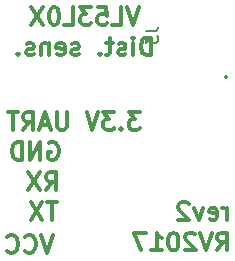
<source format=gbr>
G04 #@! TF.GenerationSoftware,KiCad,Pcbnew,(2017-08-19 revision a20cce075)-master*
G04 #@! TF.CreationDate,2017-08-26T17:51:18+03:00*
G04 #@! TF.ProjectId,distance-sensor-vl53l0x,64697374616E63652D73656E736F722D,rev?*
G04 #@! TF.SameCoordinates,Original*
G04 #@! TF.FileFunction,Legend,Bot*
G04 #@! TF.FilePolarity,Positive*
%FSLAX46Y46*%
G04 Gerber Fmt 4.6, Leading zero omitted, Abs format (unit mm)*
G04 Created by KiCad (PCBNEW (2017-08-19 revision a20cce075)-master) date Sat Aug 26 17:51:18 2017*
%MOMM*%
%LPD*%
G01*
G04 APERTURE LIST*
%ADD10C,0.300000*%
%ADD11C,0.150000*%
G04 APERTURE END LIST*
D10*
X116589714Y-109898571D02*
X116589714Y-108898571D01*
X116589714Y-109184285D02*
X116518285Y-109041428D01*
X116446857Y-108970000D01*
X116304000Y-108898571D01*
X116161142Y-108898571D01*
X115089714Y-109827142D02*
X115232571Y-109898571D01*
X115518285Y-109898571D01*
X115661142Y-109827142D01*
X115732571Y-109684285D01*
X115732571Y-109112857D01*
X115661142Y-108970000D01*
X115518285Y-108898571D01*
X115232571Y-108898571D01*
X115089714Y-108970000D01*
X115018285Y-109112857D01*
X115018285Y-109255714D01*
X115732571Y-109398571D01*
X114518285Y-108898571D02*
X114161142Y-109898571D01*
X113804000Y-108898571D01*
X113304000Y-108541428D02*
X113232571Y-108470000D01*
X113089714Y-108398571D01*
X112732571Y-108398571D01*
X112589714Y-108470000D01*
X112518285Y-108541428D01*
X112446857Y-108684285D01*
X112446857Y-108827142D01*
X112518285Y-109041428D01*
X113375428Y-109898571D01*
X112446857Y-109898571D01*
X101822000Y-111192571D02*
X101322000Y-112692571D01*
X100822000Y-111192571D01*
X99464857Y-112549714D02*
X99536285Y-112621142D01*
X99750571Y-112692571D01*
X99893428Y-112692571D01*
X100107714Y-112621142D01*
X100250571Y-112478285D01*
X100322000Y-112335428D01*
X100393428Y-112049714D01*
X100393428Y-111835428D01*
X100322000Y-111549714D01*
X100250571Y-111406857D01*
X100107714Y-111264000D01*
X99893428Y-111192571D01*
X99750571Y-111192571D01*
X99536285Y-111264000D01*
X99464857Y-111335428D01*
X97964857Y-112549714D02*
X98036285Y-112621142D01*
X98250571Y-112692571D01*
X98393428Y-112692571D01*
X98607714Y-112621142D01*
X98750571Y-112478285D01*
X98822000Y-112335428D01*
X98893428Y-112049714D01*
X98893428Y-111835428D01*
X98822000Y-111549714D01*
X98750571Y-111406857D01*
X98607714Y-111264000D01*
X98393428Y-111192571D01*
X98250571Y-111192571D01*
X98036285Y-111264000D01*
X97964857Y-111335428D01*
X102142857Y-108398571D02*
X101285714Y-108398571D01*
X101714285Y-109898571D02*
X101714285Y-108398571D01*
X100928571Y-108398571D02*
X99928571Y-109898571D01*
X99928571Y-108398571D02*
X100928571Y-109898571D01*
X101250000Y-107358571D02*
X101750000Y-106644285D01*
X102107142Y-107358571D02*
X102107142Y-105858571D01*
X101535714Y-105858571D01*
X101392857Y-105930000D01*
X101321428Y-106001428D01*
X101250000Y-106144285D01*
X101250000Y-106358571D01*
X101321428Y-106501428D01*
X101392857Y-106572857D01*
X101535714Y-106644285D01*
X102107142Y-106644285D01*
X100750000Y-105858571D02*
X99750000Y-107358571D01*
X99750000Y-105858571D02*
X100750000Y-107358571D01*
X101472857Y-103390000D02*
X101615714Y-103318571D01*
X101830000Y-103318571D01*
X102044285Y-103390000D01*
X102187142Y-103532857D01*
X102258571Y-103675714D01*
X102330000Y-103961428D01*
X102330000Y-104175714D01*
X102258571Y-104461428D01*
X102187142Y-104604285D01*
X102044285Y-104747142D01*
X101830000Y-104818571D01*
X101687142Y-104818571D01*
X101472857Y-104747142D01*
X101401428Y-104675714D01*
X101401428Y-104175714D01*
X101687142Y-104175714D01*
X100758571Y-104818571D02*
X100758571Y-103318571D01*
X99901428Y-104818571D01*
X99901428Y-103318571D01*
X99187142Y-104818571D02*
X99187142Y-103318571D01*
X98830000Y-103318571D01*
X98615714Y-103390000D01*
X98472857Y-103532857D01*
X98401428Y-103675714D01*
X98330000Y-103961428D01*
X98330000Y-104175714D01*
X98401428Y-104461428D01*
X98472857Y-104604285D01*
X98615714Y-104747142D01*
X98830000Y-104818571D01*
X99187142Y-104818571D01*
X109167714Y-100778571D02*
X108239142Y-100778571D01*
X108739142Y-101350000D01*
X108524857Y-101350000D01*
X108382000Y-101421428D01*
X108310571Y-101492857D01*
X108239142Y-101635714D01*
X108239142Y-101992857D01*
X108310571Y-102135714D01*
X108382000Y-102207142D01*
X108524857Y-102278571D01*
X108953428Y-102278571D01*
X109096285Y-102207142D01*
X109167714Y-102135714D01*
X107596285Y-102135714D02*
X107524857Y-102207142D01*
X107596285Y-102278571D01*
X107667714Y-102207142D01*
X107596285Y-102135714D01*
X107596285Y-102278571D01*
X107024857Y-100778571D02*
X106096285Y-100778571D01*
X106596285Y-101350000D01*
X106382000Y-101350000D01*
X106239142Y-101421428D01*
X106167714Y-101492857D01*
X106096285Y-101635714D01*
X106096285Y-101992857D01*
X106167714Y-102135714D01*
X106239142Y-102207142D01*
X106382000Y-102278571D01*
X106810571Y-102278571D01*
X106953428Y-102207142D01*
X107024857Y-102135714D01*
X105667714Y-100778571D02*
X105167714Y-102278571D01*
X104667714Y-100778571D01*
X103024857Y-100778571D02*
X103024857Y-101992857D01*
X102953428Y-102135714D01*
X102882000Y-102207142D01*
X102739142Y-102278571D01*
X102453428Y-102278571D01*
X102310571Y-102207142D01*
X102239142Y-102135714D01*
X102167714Y-101992857D01*
X102167714Y-100778571D01*
X101524857Y-101850000D02*
X100810571Y-101850000D01*
X101667714Y-102278571D02*
X101167714Y-100778571D01*
X100667714Y-102278571D01*
X99310571Y-102278571D02*
X99810571Y-101564285D01*
X100167714Y-102278571D02*
X100167714Y-100778571D01*
X99596285Y-100778571D01*
X99453428Y-100850000D01*
X99382000Y-100921428D01*
X99310571Y-101064285D01*
X99310571Y-101278571D01*
X99382000Y-101421428D01*
X99453428Y-101492857D01*
X99596285Y-101564285D01*
X100167714Y-101564285D01*
X98882000Y-100778571D02*
X98024857Y-100778571D01*
X98453428Y-102278571D02*
X98453428Y-100778571D01*
X115735714Y-112478571D02*
X116235714Y-111764285D01*
X116592857Y-112478571D02*
X116592857Y-110978571D01*
X116021428Y-110978571D01*
X115878571Y-111050000D01*
X115807142Y-111121428D01*
X115735714Y-111264285D01*
X115735714Y-111478571D01*
X115807142Y-111621428D01*
X115878571Y-111692857D01*
X116021428Y-111764285D01*
X116592857Y-111764285D01*
X115307142Y-110978571D02*
X114807142Y-112478571D01*
X114307142Y-110978571D01*
X113878571Y-111121428D02*
X113807142Y-111050000D01*
X113664285Y-110978571D01*
X113307142Y-110978571D01*
X113164285Y-111050000D01*
X113092857Y-111121428D01*
X113021428Y-111264285D01*
X113021428Y-111407142D01*
X113092857Y-111621428D01*
X113950000Y-112478571D01*
X113021428Y-112478571D01*
X112092857Y-110978571D02*
X111950000Y-110978571D01*
X111807142Y-111050000D01*
X111735714Y-111121428D01*
X111664285Y-111264285D01*
X111592857Y-111550000D01*
X111592857Y-111907142D01*
X111664285Y-112192857D01*
X111735714Y-112335714D01*
X111807142Y-112407142D01*
X111950000Y-112478571D01*
X112092857Y-112478571D01*
X112235714Y-112407142D01*
X112307142Y-112335714D01*
X112378571Y-112192857D01*
X112450000Y-111907142D01*
X112450000Y-111550000D01*
X112378571Y-111264285D01*
X112307142Y-111121428D01*
X112235714Y-111050000D01*
X112092857Y-110978571D01*
X110164285Y-112478571D02*
X111021428Y-112478571D01*
X110592857Y-112478571D02*
X110592857Y-110978571D01*
X110735714Y-111192857D01*
X110878571Y-111335714D01*
X111021428Y-111407142D01*
X109664285Y-110978571D02*
X108664285Y-110978571D01*
X109307142Y-112478571D01*
X109071428Y-91903571D02*
X108571428Y-93403571D01*
X108071428Y-91903571D01*
X106857142Y-93403571D02*
X107571428Y-93403571D01*
X107571428Y-91903571D01*
X105642857Y-91903571D02*
X106357142Y-91903571D01*
X106428571Y-92617857D01*
X106357142Y-92546428D01*
X106214285Y-92475000D01*
X105857142Y-92475000D01*
X105714285Y-92546428D01*
X105642857Y-92617857D01*
X105571428Y-92760714D01*
X105571428Y-93117857D01*
X105642857Y-93260714D01*
X105714285Y-93332142D01*
X105857142Y-93403571D01*
X106214285Y-93403571D01*
X106357142Y-93332142D01*
X106428571Y-93260714D01*
X105071428Y-91903571D02*
X104142857Y-91903571D01*
X104642857Y-92475000D01*
X104428571Y-92475000D01*
X104285714Y-92546428D01*
X104214285Y-92617857D01*
X104142857Y-92760714D01*
X104142857Y-93117857D01*
X104214285Y-93260714D01*
X104285714Y-93332142D01*
X104428571Y-93403571D01*
X104857142Y-93403571D01*
X105000000Y-93332142D01*
X105071428Y-93260714D01*
X102785714Y-93403571D02*
X103500000Y-93403571D01*
X103500000Y-91903571D01*
X102000000Y-91903571D02*
X101857142Y-91903571D01*
X101714285Y-91975000D01*
X101642857Y-92046428D01*
X101571428Y-92189285D01*
X101500000Y-92475000D01*
X101500000Y-92832142D01*
X101571428Y-93117857D01*
X101642857Y-93260714D01*
X101714285Y-93332142D01*
X101857142Y-93403571D01*
X102000000Y-93403571D01*
X102142857Y-93332142D01*
X102214285Y-93260714D01*
X102285714Y-93117857D01*
X102357142Y-92832142D01*
X102357142Y-92475000D01*
X102285714Y-92189285D01*
X102214285Y-92046428D01*
X102142857Y-91975000D01*
X102000000Y-91903571D01*
X101000000Y-91903571D02*
X100000000Y-93403571D01*
X100000000Y-91903571D02*
X101000000Y-93403571D01*
X110107142Y-95953571D02*
X110107142Y-94453571D01*
X109750000Y-94453571D01*
X109535714Y-94525000D01*
X109392857Y-94667857D01*
X109321428Y-94810714D01*
X109250000Y-95096428D01*
X109250000Y-95310714D01*
X109321428Y-95596428D01*
X109392857Y-95739285D01*
X109535714Y-95882142D01*
X109750000Y-95953571D01*
X110107142Y-95953571D01*
X108607142Y-95953571D02*
X108607142Y-94953571D01*
X108607142Y-94453571D02*
X108678571Y-94525000D01*
X108607142Y-94596428D01*
X108535714Y-94525000D01*
X108607142Y-94453571D01*
X108607142Y-94596428D01*
X107964285Y-95882142D02*
X107821428Y-95953571D01*
X107535714Y-95953571D01*
X107392857Y-95882142D01*
X107321428Y-95739285D01*
X107321428Y-95667857D01*
X107392857Y-95525000D01*
X107535714Y-95453571D01*
X107750000Y-95453571D01*
X107892857Y-95382142D01*
X107964285Y-95239285D01*
X107964285Y-95167857D01*
X107892857Y-95025000D01*
X107750000Y-94953571D01*
X107535714Y-94953571D01*
X107392857Y-95025000D01*
X106892857Y-94953571D02*
X106321428Y-94953571D01*
X106678571Y-94453571D02*
X106678571Y-95739285D01*
X106607142Y-95882142D01*
X106464285Y-95953571D01*
X106321428Y-95953571D01*
X105821428Y-95810714D02*
X105750000Y-95882142D01*
X105821428Y-95953571D01*
X105892857Y-95882142D01*
X105821428Y-95810714D01*
X105821428Y-95953571D01*
X104035714Y-95882142D02*
X103892857Y-95953571D01*
X103607142Y-95953571D01*
X103464285Y-95882142D01*
X103392857Y-95739285D01*
X103392857Y-95667857D01*
X103464285Y-95525000D01*
X103607142Y-95453571D01*
X103821428Y-95453571D01*
X103964285Y-95382142D01*
X104035714Y-95239285D01*
X104035714Y-95167857D01*
X103964285Y-95025000D01*
X103821428Y-94953571D01*
X103607142Y-94953571D01*
X103464285Y-95025000D01*
X102178571Y-95882142D02*
X102321428Y-95953571D01*
X102607142Y-95953571D01*
X102750000Y-95882142D01*
X102821428Y-95739285D01*
X102821428Y-95167857D01*
X102750000Y-95025000D01*
X102607142Y-94953571D01*
X102321428Y-94953571D01*
X102178571Y-95025000D01*
X102107142Y-95167857D01*
X102107142Y-95310714D01*
X102821428Y-95453571D01*
X101464285Y-94953571D02*
X101464285Y-95953571D01*
X101464285Y-95096428D02*
X101392857Y-95025000D01*
X101250000Y-94953571D01*
X101035714Y-94953571D01*
X100892857Y-95025000D01*
X100821428Y-95167857D01*
X100821428Y-95953571D01*
X100178571Y-95882142D02*
X100035714Y-95953571D01*
X99750000Y-95953571D01*
X99607142Y-95882142D01*
X99535714Y-95739285D01*
X99535714Y-95667857D01*
X99607142Y-95525000D01*
X99750000Y-95453571D01*
X99964285Y-95453571D01*
X100107142Y-95382142D01*
X100178571Y-95239285D01*
X100178571Y-95167857D01*
X100107142Y-95025000D01*
X99964285Y-94953571D01*
X99750000Y-94953571D01*
X99607142Y-95025000D01*
X98892857Y-95810714D02*
X98821428Y-95882142D01*
X98892857Y-95953571D01*
X98964285Y-95882142D01*
X98892857Y-95810714D01*
X98892857Y-95953571D01*
D11*
X116597000Y-97761000D02*
G75*
G03X116597000Y-97761000I-127000J0D01*
G01*
X109702380Y-93916666D02*
X110416666Y-93916666D01*
X110559523Y-93869047D01*
X110654761Y-93773809D01*
X110702380Y-93630952D01*
X110702380Y-93535714D01*
X109702380Y-94297619D02*
X109702380Y-94916666D01*
X110083333Y-94583333D01*
X110083333Y-94726190D01*
X110130952Y-94821428D01*
X110178571Y-94869047D01*
X110273809Y-94916666D01*
X110511904Y-94916666D01*
X110607142Y-94869047D01*
X110654761Y-94821428D01*
X110702380Y-94726190D01*
X110702380Y-94440476D01*
X110654761Y-94345238D01*
X110607142Y-94297619D01*
M02*

</source>
